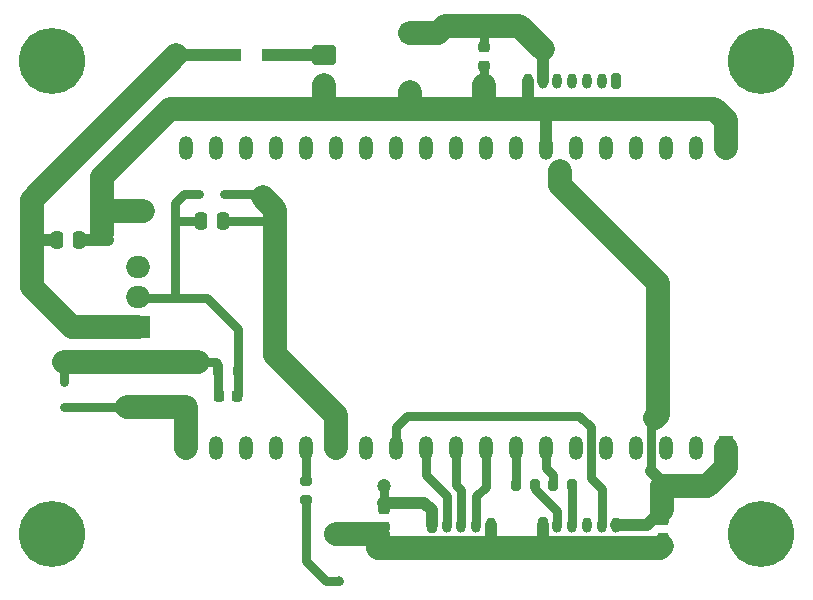
<source format=gbr>
%TF.GenerationSoftware,KiCad,Pcbnew,9.0.4*%
%TF.CreationDate,2025-12-07T20:14:19+01:00*%
%TF.ProjectId,bluebox,626c7565-626f-4782-9e6b-696361645f70,rev?*%
%TF.SameCoordinates,Original*%
%TF.FileFunction,Copper,L1,Top*%
%TF.FilePolarity,Positive*%
%FSLAX46Y46*%
G04 Gerber Fmt 4.6, Leading zero omitted, Abs format (unit mm)*
G04 Created by KiCad (PCBNEW 9.0.4) date 2025-12-07 20:14:19*
%MOMM*%
%LPD*%
G01*
G04 APERTURE LIST*
G04 Aperture macros list*
%AMRoundRect*
0 Rectangle with rounded corners*
0 $1 Rounding radius*
0 $2 $3 $4 $5 $6 $7 $8 $9 X,Y pos of 4 corners*
0 Add a 4 corners polygon primitive as box body*
4,1,4,$2,$3,$4,$5,$6,$7,$8,$9,$2,$3,0*
0 Add four circle primitives for the rounded corners*
1,1,$1+$1,$2,$3*
1,1,$1+$1,$4,$5*
1,1,$1+$1,$6,$7*
1,1,$1+$1,$8,$9*
0 Add four rect primitives between the rounded corners*
20,1,$1+$1,$2,$3,$4,$5,0*
20,1,$1+$1,$4,$5,$6,$7,0*
20,1,$1+$1,$6,$7,$8,$9,0*
20,1,$1+$1,$8,$9,$2,$3,0*%
G04 Aperture macros list end*
%TA.AperFunction,SMDPad,CuDef*%
%ADD10RoundRect,0.200000X-0.200000X-0.275000X0.200000X-0.275000X0.200000X0.275000X-0.200000X0.275000X0*%
%TD*%
%TA.AperFunction,SMDPad,CuDef*%
%ADD11RoundRect,0.112500X0.187500X0.112500X-0.187500X0.112500X-0.187500X-0.112500X0.187500X-0.112500X0*%
%TD*%
%TA.AperFunction,ComponentPad*%
%ADD12C,5.600000*%
%TD*%
%TA.AperFunction,SMDPad,CuDef*%
%ADD13RoundRect,0.250000X-0.300000X-0.300000X0.300000X-0.300000X0.300000X0.300000X-0.300000X0.300000X0*%
%TD*%
%TA.AperFunction,SMDPad,CuDef*%
%ADD14RoundRect,0.200000X-0.275000X0.200000X-0.275000X-0.200000X0.275000X-0.200000X0.275000X0.200000X0*%
%TD*%
%TA.AperFunction,ComponentPad*%
%ADD15R,2.000000X1.905000*%
%TD*%
%TA.AperFunction,ComponentPad*%
%ADD16O,2.000000X1.905000*%
%TD*%
%TA.AperFunction,ComponentPad*%
%ADD17RoundRect,0.200000X-0.200000X-0.450000X0.200000X-0.450000X0.200000X0.450000X-0.200000X0.450000X0*%
%TD*%
%TA.AperFunction,ComponentPad*%
%ADD18O,0.800000X1.300000*%
%TD*%
%TA.AperFunction,ComponentPad*%
%ADD19RoundRect,0.250000X-0.550000X0.550000X-0.550000X-0.550000X0.550000X-0.550000X0.550000X0.550000X0*%
%TD*%
%TA.AperFunction,ComponentPad*%
%ADD20C,1.600000*%
%TD*%
%TA.AperFunction,SMDPad,CuDef*%
%ADD21RoundRect,0.250000X-0.250000X-0.475000X0.250000X-0.475000X0.250000X0.475000X-0.250000X0.475000X0*%
%TD*%
%TA.AperFunction,ComponentPad*%
%ADD22C,2.000000*%
%TD*%
%TA.AperFunction,ComponentPad*%
%ADD23RoundRect,0.200000X0.200000X0.450000X-0.200000X0.450000X-0.200000X-0.450000X0.200000X-0.450000X0*%
%TD*%
%TA.AperFunction,SMDPad,CuDef*%
%ADD24RoundRect,0.225000X-0.250000X0.225000X-0.250000X-0.225000X0.250000X-0.225000X0.250000X0.225000X0*%
%TD*%
%TA.AperFunction,SMDPad,CuDef*%
%ADD25RoundRect,0.200000X0.200000X0.275000X-0.200000X0.275000X-0.200000X-0.275000X0.200000X-0.275000X0*%
%TD*%
%TA.AperFunction,SMDPad,CuDef*%
%ADD26RoundRect,0.250000X0.250000X0.475000X-0.250000X0.475000X-0.250000X-0.475000X0.250000X-0.475000X0*%
%TD*%
%TA.AperFunction,SMDPad,CuDef*%
%ADD27RoundRect,0.225000X-0.225000X-0.250000X0.225000X-0.250000X0.225000X0.250000X-0.225000X0.250000X0*%
%TD*%
%TA.AperFunction,SMDPad,CuDef*%
%ADD28RoundRect,0.112500X0.112500X-0.187500X0.112500X0.187500X-0.112500X0.187500X-0.112500X-0.187500X0*%
%TD*%
%TA.AperFunction,ComponentPad*%
%ADD29RoundRect,0.250000X-0.750000X0.600000X-0.750000X-0.600000X0.750000X-0.600000X0.750000X0.600000X0*%
%TD*%
%TA.AperFunction,ComponentPad*%
%ADD30O,2.000000X1.700000*%
%TD*%
%TA.AperFunction,ComponentPad*%
%ADD31R,1.200000X2.000000*%
%TD*%
%TA.AperFunction,ComponentPad*%
%ADD32O,1.200000X2.000000*%
%TD*%
%TA.AperFunction,ViaPad*%
%ADD33C,1.200000*%
%TD*%
%TA.AperFunction,ViaPad*%
%ADD34C,0.800000*%
%TD*%
%TA.AperFunction,Conductor*%
%ADD35C,2.000000*%
%TD*%
%TA.AperFunction,Conductor*%
%ADD36C,1.000000*%
%TD*%
%TA.AperFunction,Conductor*%
%ADD37C,0.800000*%
%TD*%
%TA.AperFunction,Conductor*%
%ADD38C,0.370000*%
%TD*%
G04 APERTURE END LIST*
D10*
%TO.P,R302,1*%
%TO.N,Net-(U301-32K_XN{slash}GPIO33{slash}ADC1_CH5)*%
X174225000Y-115900000D03*
%TO.P,R302,2*%
%TO.N,Net-(J303-Pin_2)*%
X175875000Y-115900000D03*
%TD*%
D11*
%TO.P,D202,1,K*%
%TO.N,GND*%
X149500000Y-91250000D03*
%TO.P,D202,2,A*%
%TO.N,Net-(D202-A)*%
X147400000Y-91250000D03*
%TD*%
D12*
%TO.P,H102,1,1*%
%TO.N,unconnected-(H102-Pad1)*%
X135000000Y-80000000D03*
%TD*%
D13*
%TO.P,D203,1,K*%
%TO.N,Net-(D203-K)*%
X150450000Y-79500000D03*
%TO.P,D203,2,A*%
%TO.N,Net-(D203-A)*%
X153250000Y-79500000D03*
%TD*%
D14*
%TO.P,R303,1*%
%TO.N,Net-(U301-MTCK{slash}GPIO13{slash}ADC2_CH4)*%
X156500000Y-115525000D03*
%TO.P,R303,2*%
%TO.N,Net-(J303-Pin_4)*%
X156500000Y-117175000D03*
%TD*%
D15*
%TO.P,U201,1,IN*%
%TO.N,Net-(D203-K)*%
X142240000Y-102535000D03*
D16*
%TO.P,U201,2,GND*%
%TO.N,Net-(D202-A)*%
X142240000Y-99995000D03*
%TO.P,U201,3,OUT*%
%TO.N,Net-(D201-A)*%
X142240000Y-97455000D03*
%TD*%
D10*
%TO.P,R301,1*%
%TO.N,Net-(U301-32K_XP{slash}GPIO32{slash}ADC1_CH4)*%
X177350000Y-115900000D03*
%TO.P,R301,2*%
%TO.N,Net-(J303-Pin_3)*%
X179000000Y-115900000D03*
%TD*%
D17*
%TO.P,J303,1,Pin_1*%
%TO.N,GND*%
X176500000Y-119300000D03*
D18*
%TO.P,J303,2,Pin_2*%
%TO.N,Net-(J303-Pin_2)*%
X177750000Y-119300000D03*
%TO.P,J303,3,Pin_3*%
%TO.N,Net-(J303-Pin_3)*%
X179000000Y-119300000D03*
%TO.P,J303,4,Pin_4*%
%TO.N,Net-(J303-Pin_4)*%
X180250000Y-119300000D03*
%TO.P,J303,5,Pin_5*%
%TO.N,Net-(J303-Pin_5)*%
X181500000Y-119300000D03*
%TO.P,J303,6,Pin_6*%
%TO.N,Net-(J301-Pin_6)*%
X182750000Y-119300000D03*
%TD*%
D19*
%TO.P,C302,1*%
%TO.N,Net-(J301-Pin_6)*%
X165250000Y-77597349D03*
D20*
%TO.P,C302,2*%
%TO.N,GND*%
X165250000Y-82597349D03*
%TD*%
D21*
%TO.P,C203,1*%
%TO.N,Net-(D203-K)*%
X135350000Y-95100000D03*
%TO.P,C203,2*%
%TO.N,GND*%
X137250000Y-95100000D03*
%TD*%
D17*
%TO.P,J302,1,Pin_1*%
%TO.N,Net-(J301-Pin_6)*%
X167125000Y-119300000D03*
D18*
%TO.P,J302,2,Pin_2*%
%TO.N,Net-(J302-Pin_2)*%
X168375000Y-119300000D03*
%TO.P,J302,3,Pin_3*%
%TO.N,Net-(J302-Pin_3)*%
X169625000Y-119300000D03*
%TO.P,J302,4,Pin_4*%
%TO.N,Net-(J302-Pin_4)*%
X170875000Y-119300000D03*
%TO.P,J302,5,Pin_5*%
%TO.N,GND*%
X172125000Y-119300000D03*
%TD*%
D22*
%TO.P,TP202,1,1*%
%TO.N,/MPU/MCU5V*%
X141350000Y-109250000D03*
%TD*%
D23*
%TO.P,J301,1,Pin_1*%
%TO.N,Net-(J301-Pin_1)*%
X182750000Y-81700000D03*
D18*
%TO.P,J301,2,Pin_2*%
%TO.N,Net-(J301-Pin_2)*%
X181500000Y-81700000D03*
%TO.P,J301,3,Pin_3*%
%TO.N,Net-(J301-Pin_3)*%
X180250000Y-81700000D03*
%TO.P,J301,4,Pin_4*%
%TO.N,Net-(J301-Pin_4)*%
X179000000Y-81700000D03*
%TO.P,J301,5,Pin_5*%
%TO.N,Net-(J301-Pin_5)*%
X177750000Y-81700000D03*
%TO.P,J301,6,Pin_6*%
%TO.N,Net-(J301-Pin_6)*%
X176500000Y-81700000D03*
%TO.P,J301,7,Pin_7*%
%TO.N,GND*%
X175250000Y-81700000D03*
%TD*%
D24*
%TO.P,C304,1*%
%TO.N,Net-(J301-Pin_6)*%
X163100000Y-117900000D03*
%TO.P,C304,2*%
%TO.N,GND*%
X163100000Y-119450000D03*
%TD*%
%TO.P,C303,1*%
%TO.N,Net-(J301-Pin_6)*%
X186700000Y-118850000D03*
%TO.P,C303,2*%
%TO.N,GND*%
X186700000Y-120400000D03*
%TD*%
D25*
%TO.P,R201,1*%
%TO.N,Net-(D202-A)*%
X150675000Y-106250000D03*
%TO.P,R201,2*%
%TO.N,Net-(D201-A)*%
X149025000Y-106250000D03*
%TD*%
D12*
%TO.P,H103,1,1*%
%TO.N,unconnected-(H103-Pad1)*%
X195000000Y-120000000D03*
%TD*%
%TO.P,H101,1,1*%
%TO.N,GND*%
X135000000Y-120000000D03*
%TD*%
%TO.P,H104,1,1*%
%TO.N,unconnected-(H104-Pad1)*%
X195000000Y-80000000D03*
%TD*%
D26*
%TO.P,C207,1*%
%TO.N,GND*%
X149450000Y-93500000D03*
%TO.P,C207,2*%
%TO.N,Net-(D202-A)*%
X147550000Y-93500000D03*
%TD*%
D22*
%TO.P,TP201,1,1*%
%TO.N,GND*%
X159000000Y-120000000D03*
%TD*%
D27*
%TO.P,C204,1*%
%TO.N,Net-(D201-A)*%
X149075000Y-108300000D03*
%TO.P,C204,2*%
%TO.N,Net-(D202-A)*%
X150625000Y-108300000D03*
%TD*%
D28*
%TO.P,D201,1,K*%
%TO.N,/MPU/MCU5V*%
X135950000Y-109250000D03*
%TO.P,D201,2,A*%
%TO.N,Net-(D201-A)*%
X135950000Y-107150000D03*
%TD*%
D24*
%TO.P,C301,1*%
%TO.N,Net-(J301-Pin_6)*%
X171500000Y-78825000D03*
%TO.P,C301,2*%
%TO.N,GND*%
X171500000Y-80375000D03*
%TD*%
D29*
%TO.P,J201,1,Pin_1*%
%TO.N,Net-(D203-A)*%
X158000000Y-79500000D03*
D30*
%TO.P,J201,2,Pin_2*%
%TO.N,GND*%
X158000000Y-82000000D03*
%TD*%
D31*
%TO.P,U301,1,3V3*%
%TO.N,Net-(J301-Pin_6)*%
X192000000Y-112700000D03*
D32*
%TO.P,U301,2,CHIP_PU*%
%TO.N,unconnected-(U301-CHIP_PU-Pad2)*%
X189460000Y-112700000D03*
%TO.P,U301,3,SENSOR_VP/GPIO36/ADC1_CH0*%
%TO.N,unconnected-(U301-SENSOR_VP{slash}GPIO36{slash}ADC1_CH0-Pad3)*%
X186920000Y-112700000D03*
%TO.P,U301,4,SENSOR_VN/GPIO39/ADC1_CH3*%
%TO.N,unconnected-(U301-SENSOR_VN{slash}GPIO39{slash}ADC1_CH3-Pad4)*%
X184380000Y-112700000D03*
%TO.P,U301,5,VDET_1/GPIO34/ADC1_CH6*%
%TO.N,unconnected-(U301-VDET_1{slash}GPIO34{slash}ADC1_CH6-Pad5)*%
X181840000Y-112700000D03*
%TO.P,U301,6,VDET_2/GPIO35/ADC1_CH7*%
%TO.N,unconnected-(U301-VDET_2{slash}GPIO35{slash}ADC1_CH7-Pad6)*%
X179300000Y-112700000D03*
%TO.P,U301,7,32K_XP/GPIO32/ADC1_CH4*%
%TO.N,Net-(U301-32K_XP{slash}GPIO32{slash}ADC1_CH4)*%
X176760000Y-112700000D03*
%TO.P,U301,8,32K_XN/GPIO33/ADC1_CH5*%
%TO.N,Net-(U301-32K_XN{slash}GPIO33{slash}ADC1_CH5)*%
X174220000Y-112700000D03*
%TO.P,U301,9,DAC_1/ADC2_CH8/GPIO25*%
%TO.N,Net-(J302-Pin_4)*%
X171680000Y-112700000D03*
%TO.P,U301,10,DAC_2/ADC2_CH9/GPIO26*%
%TO.N,Net-(J302-Pin_3)*%
X169140000Y-112700000D03*
%TO.P,U301,11,ADC2_CH7/GPIO27*%
%TO.N,Net-(J302-Pin_2)*%
X166600000Y-112700000D03*
%TO.P,U301,12,MTMS/GPIO14/ADC2_CH6*%
%TO.N,Net-(J303-Pin_5)*%
X164060000Y-112700000D03*
%TO.P,U301,13,MTDI/GPIO12/ADC2_CH5*%
%TO.N,unconnected-(U301-MTDI{slash}GPIO12{slash}ADC2_CH5-Pad13)*%
X161520000Y-112700000D03*
%TO.P,U301,14,GND*%
%TO.N,GND*%
X158980000Y-112700000D03*
%TO.P,U301,15,MTCK/GPIO13/ADC2_CH4*%
%TO.N,Net-(U301-MTCK{slash}GPIO13{slash}ADC2_CH4)*%
X156440000Y-112700000D03*
%TO.P,U301,16,SD_DATA2/GPIO9*%
%TO.N,unconnected-(U301-SD_DATA2{slash}GPIO9-Pad16)*%
X153900000Y-112700000D03*
%TO.P,U301,17,SD_DATA3/GPIO10*%
%TO.N,unconnected-(U301-SD_DATA3{slash}GPIO10-Pad17)*%
X151360000Y-112700000D03*
%TO.P,U301,18,CMD*%
%TO.N,unconnected-(U301-CMD-Pad18)*%
X148820000Y-112700000D03*
%TO.P,U301,19,5V*%
%TO.N,/MPU/MCU5V*%
X146280000Y-112700000D03*
%TO.P,U301,20,SD_CLK/GPIO6*%
%TO.N,unconnected-(U301-SD_CLK{slash}GPIO6-Pad20)*%
X146282720Y-87303680D03*
%TO.P,U301,21,SD_DATA0/GPIO7*%
%TO.N,unconnected-(U301-SD_DATA0{slash}GPIO7-Pad21)*%
X148822720Y-87303680D03*
%TO.P,U301,22,SD_DATA1/GPIO8*%
%TO.N,unconnected-(U301-SD_DATA1{slash}GPIO8-Pad22)*%
X151360000Y-87300000D03*
%TO.P,U301,23,MTDO/GPIO15/ADC2_CH3*%
%TO.N,unconnected-(U301-MTDO{slash}GPIO15{slash}ADC2_CH3-Pad23)*%
X153900000Y-87300000D03*
%TO.P,U301,24,ADC2_CH2/GPIO2*%
%TO.N,unconnected-(U301-ADC2_CH2{slash}GPIO2-Pad24)*%
X156440000Y-87300000D03*
%TO.P,U301,25,GPIO0/BOOT/ADC2_CH1*%
%TO.N,unconnected-(U301-GPIO0{slash}BOOT{slash}ADC2_CH1-Pad25)*%
X158980000Y-87300000D03*
%TO.P,U301,26,ADC2_CH0/GPIO4*%
%TO.N,unconnected-(U301-ADC2_CH0{slash}GPIO4-Pad26)*%
X161520000Y-87300000D03*
%TO.P,U301,27,GPIO16*%
%TO.N,unconnected-(U301-GPIO16-Pad27)*%
X164060000Y-87300000D03*
%TO.P,U301,28,GPIO17*%
%TO.N,unconnected-(U301-GPIO17-Pad28)*%
X166600000Y-87300000D03*
%TO.P,U301,29,GPIO5*%
%TO.N,Net-(J301-Pin_1)*%
X169140000Y-87300000D03*
%TO.P,U301,30,GPIO18*%
%TO.N,Net-(J301-Pin_5)*%
X171680000Y-87300000D03*
%TO.P,U301,31,GPIO19*%
%TO.N,unconnected-(U301-GPIO19-Pad31)*%
X174220000Y-87300000D03*
%TO.P,U301,32,GND*%
%TO.N,GND*%
X176760000Y-87300000D03*
%TO.P,U301,33,GPIO21*%
%TO.N,Net-(J301-Pin_2)*%
X179300000Y-87300000D03*
%TO.P,U301,34,U0RXD/GPIO3*%
%TO.N,unconnected-(U301-U0RXD{slash}GPIO3-Pad34)*%
X181840000Y-87300000D03*
%TO.P,U301,35,U0TXD/GPIO1*%
%TO.N,unconnected-(U301-U0TXD{slash}GPIO1-Pad35)*%
X184380000Y-87300000D03*
%TO.P,U301,36,GPIO22*%
%TO.N,Net-(J301-Pin_3)*%
X186920000Y-87300000D03*
%TO.P,U301,37,GPIO23*%
%TO.N,Net-(J301-Pin_4)*%
X189460000Y-87300000D03*
%TO.P,U301,38,GND*%
%TO.N,GND*%
X192000000Y-87300000D03*
%TD*%
D33*
%TO.N,GND*%
X142700000Y-92650000D03*
X153900000Y-92600000D03*
%TO.N,Net-(J301-Pin_6)*%
X186600000Y-116050000D03*
D34*
X178030000Y-89300000D03*
D33*
X163100000Y-116000000D03*
D34*
%TO.N,Net-(J303-Pin_4)*%
X159250000Y-124000000D03*
D33*
%TO.N,Net-(D201-A)*%
X135950000Y-105500000D03*
%TD*%
D35*
%TO.N,Net-(D203-K)*%
X145500000Y-79500000D02*
X133250000Y-91750000D01*
X133250000Y-91750000D02*
X133250000Y-95100000D01*
D36*
%TO.N,GND*%
X175250000Y-81700000D02*
X175250000Y-83782110D01*
D37*
X149500000Y-91250000D02*
X152550000Y-91250000D01*
D38*
X172125000Y-120875000D02*
X172000000Y-121000000D01*
X165250000Y-83766055D02*
X165500000Y-84016055D01*
D35*
X171500000Y-84016055D02*
X171500000Y-82000000D01*
X162600000Y-120000000D02*
X162600000Y-121200000D01*
X139184088Y-89815912D02*
X144983945Y-84016055D01*
X191016055Y-84016055D02*
X192000000Y-85000000D01*
X171500000Y-84016055D02*
X165500000Y-84016055D01*
D37*
X176760000Y-84026055D02*
X176750000Y-84016055D01*
D35*
X142700000Y-92650000D02*
X139484088Y-92650000D01*
D36*
X165500000Y-84016055D02*
X166000000Y-84016055D01*
D35*
X153850000Y-104850000D02*
X153850000Y-93700000D01*
D38*
X166000000Y-84016055D02*
X166277489Y-84016055D01*
D35*
X192000000Y-87300000D02*
X192000000Y-85000000D01*
X153850000Y-93700000D02*
X153850000Y-92550000D01*
X176750000Y-84016055D02*
X191016055Y-84016055D01*
X158000000Y-84016055D02*
X165500000Y-84016055D01*
D37*
X171500000Y-80375000D02*
X171500000Y-82000000D01*
D36*
X176760000Y-87300000D02*
X176760000Y-84026055D01*
D37*
X152550000Y-91250000D02*
X152800000Y-91500000D01*
X176760000Y-86240000D02*
X176760000Y-87300000D01*
D36*
X176500000Y-119300000D02*
X176500000Y-121000000D01*
D35*
X153850000Y-92550000D02*
X152800000Y-91500000D01*
X158980000Y-109980000D02*
X158980000Y-112700000D01*
X144983945Y-84016055D02*
X158000000Y-84016055D01*
D37*
X149450000Y-93500000D02*
X153650000Y-93500000D01*
D35*
X171500000Y-84016055D02*
X175016055Y-84016055D01*
D36*
X137250000Y-95100000D02*
X139684088Y-95100000D01*
D38*
X166277489Y-84016055D02*
X166268356Y-84006922D01*
D35*
X139184088Y-92950000D02*
X139184088Y-89815912D01*
X139184088Y-94600000D02*
X139184088Y-92950000D01*
X162800000Y-121200000D02*
X186400000Y-121200000D01*
D37*
X139484088Y-92650000D02*
X139184088Y-92950000D01*
D35*
X175016055Y-84016055D02*
X176750000Y-84016055D01*
D37*
X162800000Y-121000000D02*
X162600000Y-121200000D01*
D35*
X159000000Y-120000000D02*
X162600000Y-120000000D01*
X186400000Y-121200000D02*
X186600000Y-121000000D01*
X158000000Y-84016055D02*
X158000000Y-82000000D01*
D36*
X172125000Y-119300000D02*
X172125000Y-120875000D01*
D37*
X192000000Y-85000000D02*
X191500000Y-84500000D01*
D35*
X153850000Y-104850000D02*
X158980000Y-109980000D01*
X165250000Y-82597349D02*
X165250000Y-83766055D01*
%TO.N,Net-(D203-K)*%
X136635000Y-102535000D02*
X133250000Y-99150000D01*
X133250000Y-95100000D02*
X133250000Y-98650000D01*
D36*
X135350000Y-95100000D02*
X133250000Y-95100000D01*
D35*
X139200000Y-102535000D02*
X136635000Y-102535000D01*
D38*
X133250000Y-99150000D02*
X133250000Y-98650000D01*
D35*
X142240000Y-102535000D02*
X139200000Y-102535000D01*
D36*
X150450000Y-79500000D02*
X145500000Y-79500000D01*
D35*
%TO.N,Net-(J301-Pin_6)*%
X186600000Y-118000000D02*
X186600000Y-116050000D01*
X186600000Y-116050000D02*
X186600000Y-116000000D01*
D37*
X185650000Y-114693000D02*
X185650000Y-111800000D01*
D35*
X190400000Y-116000000D02*
X192000000Y-114400000D01*
X190400000Y-116000000D02*
X186600000Y-116000000D01*
D36*
X186600000Y-116000000D02*
X186600000Y-115600000D01*
D37*
X185650000Y-111800000D02*
X185650000Y-110507000D01*
D35*
X167652651Y-77597349D02*
X168250000Y-77000000D01*
D36*
X185300000Y-119300000D02*
X186600000Y-118000000D01*
D35*
X186250000Y-98750000D02*
X186250000Y-109950000D01*
D36*
X163000000Y-117400000D02*
X166500000Y-117400000D01*
X167125000Y-118025000D02*
X167125000Y-119300000D01*
D37*
X185750000Y-118850000D02*
X185300000Y-119300000D01*
D35*
X192000000Y-114400000D02*
X192000000Y-112700000D01*
D37*
X186700000Y-118850000D02*
X185750000Y-118850000D01*
D35*
X174500000Y-77000000D02*
X171500000Y-77000000D01*
X178000000Y-89300000D02*
X178000000Y-90500000D01*
D36*
X185693000Y-110507000D02*
X186000000Y-110200000D01*
D35*
X176500000Y-79000000D02*
X174500000Y-77000000D01*
D37*
X163100000Y-117900000D02*
X163100000Y-116000000D01*
D36*
X166500000Y-117400000D02*
X167125000Y-118025000D01*
D35*
X165250000Y-77597349D02*
X167652651Y-77597349D01*
X168250000Y-77000000D02*
X171500000Y-77000000D01*
X186250000Y-109950000D02*
X186000000Y-110200000D01*
D36*
X186600000Y-115600000D02*
X185693000Y-114693000D01*
X176500000Y-81700000D02*
X176500000Y-79000000D01*
D35*
X178000000Y-90500000D02*
X186250000Y-98750000D01*
D37*
X171500000Y-78825000D02*
X171500000Y-77000000D01*
D36*
X182750000Y-119300000D02*
X185300000Y-119300000D01*
D37*
%TO.N,/MPU/MCU5V*%
X135950000Y-109250000D02*
X141350000Y-109250000D01*
X146347114Y-112632886D02*
X146280000Y-112700000D01*
D35*
X146280000Y-112700000D02*
X146280000Y-109250000D01*
X146280000Y-109250000D02*
X141350000Y-109250000D01*
D37*
%TO.N,Net-(J302-Pin_2)*%
X166600000Y-115000000D02*
X166600000Y-112700000D01*
X168375000Y-116775000D02*
X166600000Y-115000000D01*
X168375000Y-119300000D02*
X168375000Y-116775000D01*
%TO.N,Net-(J302-Pin_3)*%
X169140000Y-115840000D02*
X169140000Y-112700000D01*
X169625000Y-119300000D02*
X169625000Y-116325000D01*
X169625000Y-116325000D02*
X169140000Y-115840000D01*
%TO.N,Net-(J303-Pin_2)*%
X177750000Y-118050000D02*
X177750000Y-119300000D01*
X175875000Y-116175000D02*
X177750000Y-118050000D01*
X175875000Y-115900000D02*
X175875000Y-116175000D01*
%TO.N,Net-(J303-Pin_4)*%
X158200000Y-124000000D02*
X156500000Y-122300000D01*
X156500000Y-122300000D02*
X156500000Y-117175000D01*
X159250000Y-124000000D02*
X158200000Y-124000000D01*
%TO.N,Net-(J303-Pin_3)*%
X179000000Y-119300000D02*
X179000000Y-115975000D01*
%TO.N,Net-(J302-Pin_4)*%
X171680000Y-116020000D02*
X171680000Y-112700000D01*
X170875000Y-116825000D02*
X171680000Y-116020000D01*
X170875000Y-119300000D02*
X170875000Y-116825000D01*
%TO.N,Net-(J303-Pin_5)*%
X180570000Y-111000000D02*
X180570000Y-115300000D01*
X165000000Y-110000000D02*
X179600000Y-110000000D01*
X164060000Y-112700000D02*
X164060000Y-110940000D01*
X164060000Y-110940000D02*
X165000000Y-110000000D01*
X181500000Y-116200000D02*
X181500000Y-119300000D01*
X180600000Y-115300000D02*
X181500000Y-116200000D01*
X179600000Y-110030000D02*
X180570000Y-111000000D01*
X180570000Y-115300000D02*
X180600000Y-115300000D01*
X179600000Y-110000000D02*
X179600000Y-110030000D01*
%TO.N,Net-(D201-A)*%
X148850000Y-105500000D02*
X149025000Y-105675000D01*
X149025000Y-105675000D02*
X149025000Y-106250000D01*
X135950000Y-107150000D02*
X135950000Y-105500000D01*
X149025000Y-106250000D02*
X149025000Y-108250000D01*
D35*
X135950000Y-105500000D02*
X147350000Y-105500000D01*
D37*
X149025000Y-108250000D02*
X149075000Y-108300000D01*
X147350000Y-105500000D02*
X148850000Y-105500000D01*
%TO.N,Net-(D202-A)*%
X150675000Y-108250000D02*
X150625000Y-108300000D01*
X150675000Y-105575000D02*
X150675000Y-102675000D01*
X150675000Y-106250000D02*
X150675000Y-108250000D01*
X145350000Y-100050000D02*
X144900000Y-100050000D01*
X146100000Y-91250000D02*
X147400000Y-91250000D01*
X147550000Y-93500000D02*
X145350000Y-93500000D01*
X145350000Y-93500000D02*
X145350000Y-92000000D01*
X150675000Y-106250000D02*
X150675000Y-105575000D01*
X145350000Y-100050000D02*
X145350000Y-93500000D01*
X150675000Y-102675000D02*
X148050000Y-100050000D01*
X144900000Y-100050000D02*
X142295000Y-100050000D01*
X142295000Y-100050000D02*
X142240000Y-99995000D01*
X148050000Y-100050000D02*
X144900000Y-100050000D01*
X145350000Y-92000000D02*
X146100000Y-91250000D01*
D36*
%TO.N,Net-(D203-A)*%
X153250000Y-79500000D02*
X158000000Y-79500000D01*
D37*
%TO.N,Net-(U301-32K_XP{slash}GPIO32{slash}ADC1_CH4)*%
X177350000Y-115900000D02*
X177350000Y-115050000D01*
X176760000Y-112700000D02*
X176760000Y-114460000D01*
X177350000Y-115050000D02*
X176760000Y-114460000D01*
%TO.N,Net-(U301-32K_XN{slash}GPIO33{slash}ADC1_CH5)*%
X174220000Y-112700000D02*
X174220000Y-115895000D01*
X174220000Y-115895000D02*
X174225000Y-115900000D01*
%TO.N,Net-(U301-MTCK{slash}GPIO13{slash}ADC2_CH4)*%
X156500000Y-115525000D02*
X156500000Y-112760000D01*
X156500000Y-112760000D02*
X156440000Y-112700000D01*
%TD*%
M02*

</source>
